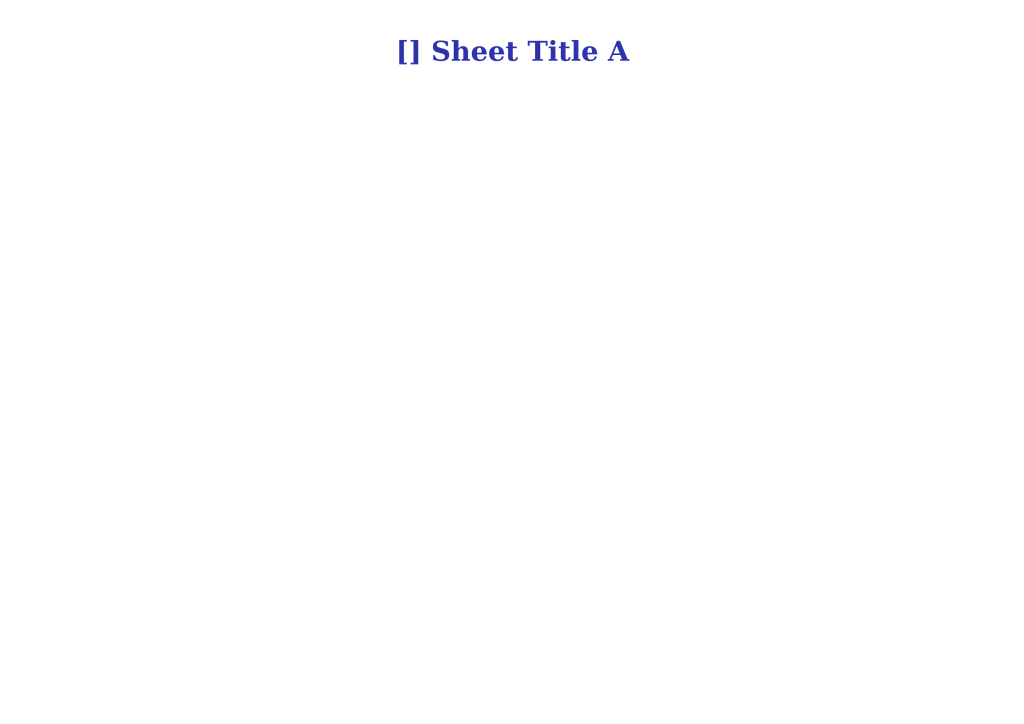
<source format=kicad_sch>
(kicad_sch
	(version 20250114)
	(generator "eeschema")
	(generator_version "9.0")
	(uuid "ea8c4f5e-7a49-4faf-a994-dbc85ed86b0a")
	(paper "A3")
	(title_block
		(title "Sheet Title A")
		(date "2025-01-12")
		(rev "${REVISION}")
		(company "${COMPANY}")
	)
	(lib_symbols)
	(text_box "[${#}] ${TITLE}"
		(exclude_from_sim no)
		(at 12.7 15.24 0)
		(size 394.97 12.7)
		(margins 5.9999 5.9999 5.9999 5.9999)
		(stroke
			(width -0.0001)
			(type solid)
		)
		(fill
			(type none)
		)
		(effects
			(font
				(face "Times New Roman")
				(size 8 8)
				(thickness 1.2)
				(bold yes)
				(color 43 49 168 1)
			)
		)
		(uuid "dd17b0d7-c9b9-4fc7-89a3-a22e13e088b8")
	)
)

</source>
